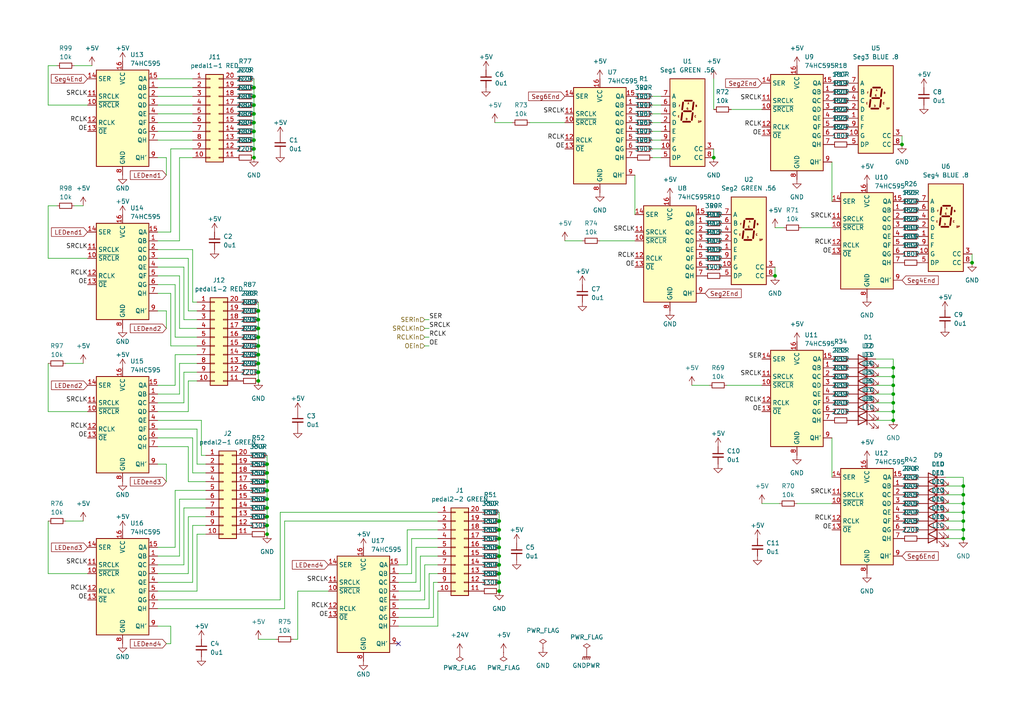
<source format=kicad_sch>
(kicad_sch (version 20231120) (generator "eeschema") (generator_version "8.0")
  (paper "A4")
  (title_block (title "EP6 Dash screen") (date "2025-03-07") (rev "1.0") (company "NTURacing") (comment 1 "郭哲明") (comment 2 "electrical group"))
  (junction (at 144.78 166.37))
  (junction (at 144.78 151.13))
  (junction (at 74.93 110.49))
  (junction (at 261.62 41.91))
  (junction (at 74.93 107.95))
  (junction (at 259.08 106.68))
  (junction (at 279.4 153.67))
  (junction (at 279.4 143.51))
  (junction (at 207.01 45.72))
  (junction (at 73.66 45.72))
  (junction (at 73.66 38.1))
  (junction (at 279.4 156.21))
  (junction (at 259.08 111.76))
  (junction (at 74.93 95.25))
  (junction (at 259.08 121.92))
  (junction (at 74.93 105.41))
  (junction (at 77.47 152.4))
  (junction (at 279.4 151.13))
  (junction (at 77.47 134.62))
  (junction (at 77.47 137.16))
  (junction (at 144.78 163.83))
  (junction (at 73.66 43.18))
  (junction (at 259.08 116.84))
  (junction (at 73.66 33.02))
  (junction (at 259.08 114.3))
  (junction (at 144.78 168.91))
  (junction (at 74.93 92.71))
  (junction (at 144.78 156.21))
  (junction (at 77.47 149.86))
  (junction (at 73.66 27.94))
  (junction (at 144.78 171.45))
  (junction (at 77.47 139.7))
  (junction (at 144.78 161.29))
  (junction (at 74.93 100.33))
  (junction (at 259.08 109.22))
  (junction (at 279.4 148.59))
  (junction (at 259.08 119.38))
  (junction (at 74.93 90.17))
  (junction (at 77.47 144.78))
  (junction (at 144.78 158.75))
  (junction (at 73.66 40.64))
  (junction (at 281.94 76.2))
  (junction (at 73.66 25.4))
  (junction (at 279.4 140.97))
  (junction (at 74.93 102.87))
  (junction (at 224.79 80.01))
  (junction (at 74.93 97.79))
  (junction (at 279.4 146.05))
  (junction (at 77.47 147.32))
  (junction (at 77.47 154.94))
  (junction (at 77.47 142.24))
  (junction (at 73.66 30.48))
  (junction (at 144.78 153.67))
  (junction (at 73.66 35.56))
  (no_connect (at 115.57 186.69))
  (wire (pts (xy 57.15 154.94) (xy 59.69 154.94)))
  (wire (pts (xy 53.34 107.95) (xy 53.34 116.84)))
  (wire (pts (xy 124.46 176.53) (xy 115.57 176.53)))
  (wire (pts (xy 127 158.75) (xy 120.65 158.75)))
  (wire (pts (xy 55.88 152.4) (xy 55.88 168.91)))
  (wire (pts (xy 254 119.38) (xy 259.08 119.38)))
  (wire (pts (xy 259.08 109.22) (xy 259.08 111.76)))
  (wire (pts (xy 232.41 66.04) (xy 241.3 66.04)))
  (wire (pts (xy 55.88 87.63) (xy 55.88 72.39)))
  (wire (pts (xy 57.15 134.62) (xy 59.69 134.62)))
  (wire (pts (xy 274.32 156.21) (xy 279.4 156.21)))
  (wire (pts (xy 50.8 82.55) (xy 45.72 82.55)))
  (wire (pts (xy 212.09 31.75) (xy 220.98 31.75)))
  (wire (pts (xy 125.73 168.91) (xy 125.73 179.07)))
  (wire (pts (xy 13.97 166.37) (xy 25.4 166.37)))
  (wire (pts (xy 121.92 171.45) (xy 115.57 171.45)))
  (wire (pts (xy 49.53 186.69) (xy 49.53 181.61)))
  (wire (pts (xy 144.78 151.13) (xy 144.78 153.67)))
  (wire (pts (xy 231.14 146.05) (xy 241.3 146.05)))
  (wire (pts (xy 123.19 163.83) (xy 123.19 173.99)))
  (wire (pts (xy 45.72 90.17) (xy 48.26 90.17)))
  (wire (pts (xy 50.8 102.87) (xy 50.8 111.76)))
  (wire (pts (xy 48.26 45.72) (xy 45.72 45.72)))
  (wire (pts (xy 274.32 140.97) (xy 279.4 140.97)))
  (wire (pts (xy 144.78 158.75) (xy 144.78 161.29)))
  (wire (pts (xy 13.97 74.93) (xy 25.4 74.93)))
  (wire (pts (xy 24.13 105.41) (xy 19.05 105.41)))
  (wire (pts (xy 74.93 97.79) (xy 74.93 100.33)))
  (wire (pts (xy 189.23 45.72) (xy 191.77 45.72)))
  (wire (pts (xy 57.15 90.17) (xy 54.61 90.17)))
  (wire (pts (xy 207.01 22.86) (xy 207.01 31.75)))
  (wire (pts (xy 52.07 114.3) (xy 52.07 105.41)))
  (wire (pts (xy 124.46 97.79) (xy 123.19 97.79)))
  (wire (pts (xy 73.66 27.94) (xy 73.66 30.48)))
  (wire (pts (xy 53.34 92.71) (xy 53.34 77.47)))
  (wire (pts (xy 48.26 90.17) (xy 48.26 95.25)))
  (wire (pts (xy 48.26 134.62) (xy 45.72 134.62)))
  (wire (pts (xy 58.42 132.08) (xy 59.69 132.08)))
  (wire (pts (xy 55.88 137.16) (xy 55.88 127)))
  (wire (pts (xy 52.07 105.41) (xy 57.15 105.41)))
  (wire (pts (xy 55.88 43.18) (xy 49.53 43.18)))
  (wire (pts (xy 259.08 119.38) (xy 259.08 121.92)))
  (wire (pts (xy 52.07 69.85) (xy 52.07 45.72)))
  (wire (pts (xy 274.32 148.59) (xy 279.4 148.59)))
  (wire (pts (xy 54.61 129.54) (xy 45.72 129.54)))
  (wire (pts (xy 279.4 153.67) (xy 279.4 156.21)))
  (wire (pts (xy 73.66 35.56) (xy 73.66 38.1)))
  (wire (pts (xy 74.93 90.17) (xy 74.93 87.63)))
  (wire (pts (xy 24.13 151.13) (xy 19.05 151.13)))
  (wire (pts (xy 259.08 116.84) (xy 259.08 119.38)))
  (wire (pts (xy 189.23 30.48) (xy 191.77 30.48)))
  (wire (pts (xy 48.26 50.8) (xy 48.26 45.72)))
  (wire (pts (xy 50.8 97.79) (xy 50.8 82.55)))
  (wire (pts (xy 189.23 35.56) (xy 191.77 35.56)))
  (wire (pts (xy 191.77 43.18) (xy 189.23 43.18)))
  (wire (pts (xy 274.32 151.13) (xy 279.4 151.13)))
  (wire (pts (xy 57.15 92.71) (xy 53.34 92.71)))
  (wire (pts (xy 50.8 142.24) (xy 50.8 158.75)))
  (wire (pts (xy 13.97 30.48) (xy 25.4 30.48)))
  (wire (pts (xy 57.15 124.46) (xy 45.72 124.46)))
  (wire (pts (xy 73.66 22.86) (xy 73.66 25.4)))
  (wire (pts (xy 77.47 149.86) (xy 77.47 147.32)))
  (wire (pts (xy 55.88 27.94) (xy 45.72 27.94)))
  (wire (pts (xy 127 161.29) (xy 121.92 161.29)))
  (wire (pts (xy 52.07 80.01) (xy 45.72 80.01)))
  (wire (pts (xy 53.34 116.84) (xy 45.72 116.84)))
  (wire (pts (xy 55.88 33.02) (xy 45.72 33.02)))
  (wire (pts (xy 82.55 176.53) (xy 45.72 176.53)))
  (wire (pts (xy 123.19 173.99) (xy 115.57 173.99)))
  (wire (pts (xy 77.47 142.24) (xy 77.47 144.78)))
  (wire (pts (xy 144.78 153.67) (xy 144.78 156.21)))
  (wire (pts (xy 55.88 72.39) (xy 45.72 72.39)))
  (wire (pts (xy 53.34 163.83) (xy 45.72 163.83)))
  (wire (pts (xy 259.08 114.3) (xy 259.08 116.84)))
  (wire (pts (xy 279.4 138.43) (xy 279.4 140.97)))
  (wire (pts (xy 124.46 166.37) (xy 124.46 176.53)))
  (wire (pts (xy 50.8 158.75) (xy 45.72 158.75)))
  (wire (pts (xy 57.15 134.62) (xy 57.15 124.46)))
  (wire (pts (xy 153.67 35.56) (xy 163.83 35.56)))
  (wire (pts (xy 274.32 146.05) (xy 279.4 146.05)))
  (wire (pts (xy 58.42 132.08) (xy 58.42 121.92)))
  (wire (pts (xy 274.32 153.67) (xy 279.4 153.67)))
  (wire (pts (xy 124.46 92.71) (xy 123.19 92.71)))
  (wire (pts (xy 224.79 77.47) (xy 224.79 80.01)))
  (wire (pts (xy 52.07 161.29) (xy 45.72 161.29)))
  (wire (pts (xy 57.15 87.63) (xy 55.88 87.63)))
  (wire (pts (xy 74.93 185.42) (xy 80.01 185.42)))
  (wire (pts (xy 52.07 45.72) (xy 55.88 45.72)))
  (wire (pts (xy 189.23 27.94) (xy 191.77 27.94)))
  (wire (pts (xy 281.94 73.66) (xy 281.94 76.2)))
  (wire (pts (xy 52.07 144.78) (xy 52.07 161.29)))
  (wire (pts (xy 52.07 95.25) (xy 52.07 80.01)))
  (wire (pts (xy 124.46 100.33) (xy 123.19 100.33)))
  (wire (pts (xy 241.3 127) (xy 241.3 138.43)))
  (wire (pts (xy 77.47 139.7) (xy 77.47 142.24)))
  (wire (pts (xy 77.47 149.86) (xy 77.47 152.4)))
  (wire (pts (xy 73.66 25.4) (xy 73.66 27.94)))
  (wire (pts (xy 189.23 40.64) (xy 191.77 40.64)))
  (wire (pts (xy 73.66 40.64) (xy 73.66 43.18)))
  (wire (pts (xy 127 168.91) (xy 125.73 168.91)))
  (wire (pts (xy 173.99 69.85) (xy 184.15 69.85)))
  (wire (pts (xy 55.88 25.4) (xy 45.72 25.4)))
  (wire (pts (xy 279.4 140.97) (xy 279.4 143.51)))
  (wire (pts (xy 118.11 153.67) (xy 118.11 163.83)))
  (wire (pts (xy 54.61 119.38) (xy 45.72 119.38)))
  (wire (pts (xy 26.67 19.05) (xy 21.59 19.05)))
  (wire (pts (xy 55.88 30.48) (xy 45.72 30.48)))
  (wire (pts (xy 163.83 69.85) (xy 168.91 69.85)))
  (wire (pts (xy 254 116.84) (xy 259.08 116.84)))
  (wire (pts (xy 81.28 148.59) (xy 81.28 173.99)))
  (wire (pts (xy 55.88 40.64) (xy 45.72 40.64)))
  (wire (pts (xy 127 181.61) (xy 115.57 181.61)))
  (wire (pts (xy 55.88 38.1) (xy 45.72 38.1)))
  (wire (pts (xy 127 163.83) (xy 123.19 163.83)))
  (wire (pts (xy 74.93 95.25) (xy 74.93 92.71)))
  (wire (pts (xy 77.47 134.62) (xy 77.47 137.16)))
  (wire (pts (xy 220.98 146.05) (xy 226.06 146.05)))
  (wire (pts (xy 144.78 161.29) (xy 144.78 163.83)))
  (wire (pts (xy 144.78 168.91) (xy 144.78 171.45)))
  (wire (pts (xy 57.15 110.49) (xy 54.61 110.49)))
  (wire (pts (xy 144.78 148.59) (xy 144.78 151.13)))
  (wire (pts (xy 279.4 148.59) (xy 279.4 151.13)))
  (wire (pts (xy 74.93 95.25) (xy 74.93 97.79)))
  (wire (pts (xy 125.73 179.07) (xy 115.57 179.07)))
  (wire (pts (xy 254 104.14) (xy 259.08 104.14)))
  (wire (pts (xy 119.38 156.21) (xy 119.38 166.37)))
  (wire (pts (xy 77.47 132.08) (xy 77.47 134.62)))
  (wire (pts (xy 73.66 30.48) (xy 73.66 33.02)))
  (wire (pts (xy 54.61 139.7) (xy 54.61 129.54)))
  (wire (pts (xy 54.61 149.86) (xy 54.61 166.37)))
  (wire (pts (xy 184.15 50.8) (xy 184.15 62.23)))
  (wire (pts (xy 81.28 148.59) (xy 127 148.59)))
  (wire (pts (xy 59.69 142.24) (xy 50.8 142.24)))
  (wire (pts (xy 59.69 147.32) (xy 53.34 147.32)))
  (wire (pts (xy 74.93 90.17) (xy 74.93 92.71)))
  (wire (pts (xy 13.97 59.69) (xy 13.97 74.93)))
  (wire (pts (xy 254 109.22) (xy 259.08 109.22)))
  (wire (pts (xy 224.79 66.04) (xy 227.33 66.04)))
  (wire (pts (xy 49.53 67.31) (xy 45.72 67.31)))
  (wire (pts (xy 144.78 166.37) (xy 144.78 168.91)))
  (wire (pts (xy 144.78 163.83) (xy 144.78 166.37)))
  (wire (pts (xy 55.88 22.86) (xy 45.72 22.86)))
  (wire (pts (xy 85.09 185.42) (xy 86.36 185.42)))
  (wire (pts (xy 86.36 171.45) (xy 95.25 171.45)))
  (wire (pts (xy 82.55 151.13) (xy 127 151.13)))
  (wire (pts (xy 127 156.21) (xy 119.38 156.21)))
  (wire (pts (xy 254 111.76) (xy 259.08 111.76)))
  (wire (pts (xy 120.65 168.91) (xy 115.57 168.91)))
  (wire (pts (xy 55.88 35.56) (xy 45.72 35.56)))
  (wire (pts (xy 53.34 77.47) (xy 45.72 77.47)))
  (wire (pts (xy 259.08 106.68) (xy 259.08 109.22)))
  (wire (pts (xy 254 114.3) (xy 259.08 114.3)))
  (wire (pts (xy 55.88 137.16) (xy 59.69 137.16)))
  (wire (pts (xy 144.78 156.21) (xy 144.78 158.75)))
  (wire (pts (xy 241.3 46.99) (xy 241.3 58.42)))
  (wire (pts (xy 259.08 104.14) (xy 259.08 106.68)))
  (wire (pts (xy 58.42 121.92) (xy 45.72 121.92)))
  (wire (pts (xy 49.53 85.09) (xy 45.72 85.09)))
  (wire (pts (xy 54.61 110.49) (xy 54.61 119.38)))
  (wire (pts (xy 274.32 138.43) (xy 279.4 138.43)))
  (wire (pts (xy 49.53 43.18) (xy 49.53 67.31)))
  (wire (pts (xy 127 171.45) (xy 127 181.61)))
  (wire (pts (xy 81.28 173.99) (xy 45.72 173.99)))
  (wire (pts (xy 13.97 119.38) (xy 25.4 119.38)))
  (wire (pts (xy 73.66 33.02) (xy 73.66 35.56)))
  (wire (pts (xy 261.62 39.37) (xy 261.62 41.91)))
  (wire (pts (xy 254 106.68) (xy 259.08 106.68)))
  (wire (pts (xy 77.47 144.78) (xy 77.47 147.32)))
  (wire (pts (xy 50.8 111.76) (xy 45.72 111.76)))
  (wire (pts (xy 45.72 69.85) (xy 52.07 69.85)))
  (wire (pts (xy 13.97 105.41) (xy 13.97 119.38)))
  (wire (pts (xy 57.15 107.95) (xy 53.34 107.95)))
  (wire (pts (xy 77.47 137.16) (xy 77.47 139.7)))
  (wire (pts (xy 57.15 100.33) (xy 49.53 100.33)))
  (wire (pts (xy 49.53 100.33) (xy 49.53 85.09)))
  (wire (pts (xy 57.15 154.94) (xy 57.15 171.45)))
  (wire (pts (xy 45.72 114.3) (xy 52.07 114.3)))
  (wire (pts (xy 16.51 19.05) (xy 13.97 19.05)))
  (wire (pts (xy 82.55 151.13) (xy 82.55 176.53)))
  (wire (pts (xy 279.4 146.05) (xy 279.4 148.59)))
  (wire (pts (xy 74.93 105.41) (xy 74.93 107.95)))
  (wire (pts (xy 189.23 33.02) (xy 191.77 33.02)))
  (wire (pts (xy 49.53 181.61) (xy 45.72 181.61)))
  (wire (pts (xy 55.88 168.91) (xy 45.72 168.91)))
  (wire (pts (xy 86.36 185.42) (xy 86.36 171.45)))
  (wire (pts (xy 57.15 95.25) (xy 52.07 95.25)))
  (wire (pts (xy 259.08 111.76) (xy 259.08 114.3)))
  (wire (pts (xy 54.61 74.93) (xy 45.72 74.93)))
  (wire (pts (xy 77.47 152.4) (xy 77.47 154.94)))
  (wire (pts (xy 279.4 143.51) (xy 279.4 146.05)))
  (wire (pts (xy 55.88 127) (xy 45.72 127)))
  (wire (pts (xy 54.61 90.17) (xy 54.61 74.93)))
  (wire (pts (xy 210.82 111.76) (xy 220.98 111.76)))
  (wire (pts (xy 207.01 43.18) (xy 207.01 45.72)))
  (wire (pts (xy 120.65 158.75) (xy 120.65 168.91)))
  (wire (pts (xy 59.69 144.78) (xy 52.07 144.78)))
  (wire (pts (xy 13.97 19.05) (xy 13.97 30.48)))
  (wire (pts (xy 57.15 171.45) (xy 45.72 171.45)))
  (wire (pts (xy 73.66 38.1) (xy 73.66 40.64)))
  (wire (pts (xy 143.51 35.56) (xy 148.59 35.56)))
  (wire (pts (xy 73.66 43.18) (xy 73.66 45.72)))
  (wire (pts (xy 200.66 111.76) (xy 205.74 111.76)))
  (wire (pts (xy 13.97 151.13) (xy 13.97 166.37)))
  (wire (pts (xy 74.93 105.41) (xy 74.93 102.87)))
  (wire (pts (xy 57.15 102.87) (xy 50.8 102.87)))
  (wire (pts (xy 54.61 166.37) (xy 45.72 166.37)))
  (wire (pts (xy 16.51 59.69) (xy 13.97 59.69)))
  (wire (pts (xy 53.34 147.32) (xy 53.34 163.83)))
  (wire (pts (xy 189.23 38.1) (xy 191.77 38.1)))
  (wire (pts (xy 74.93 100.33) (xy 74.93 102.87)))
  (wire (pts (xy 274.32 143.51) (xy 279.4 143.51)))
  (wire (pts (xy 254 121.92) (xy 259.08 121.92)))
  (wire (pts (xy 119.38 166.37) (xy 115.57 166.37)))
  (wire (pts (xy 74.93 107.95) (xy 74.93 110.49)))
  (wire (pts (xy 57.15 97.79) (xy 50.8 97.79)))
  (wire (pts (xy 48.26 139.7) (xy 48.26 134.62)))
  (wire (pts (xy 59.69 152.4) (xy 55.88 152.4)))
  (wire (pts (xy 127 153.67) (xy 118.11 153.67)))
  (wire (pts (xy 59.69 149.86) (xy 54.61 149.86)))
  (wire (pts (xy 121.92 161.29) (xy 121.92 171.45)))
  (wire (pts (xy 54.61 139.7) (xy 59.69 139.7)))
  (wire (pts (xy 279.4 151.13) (xy 279.4 153.67)))
  (wire (pts (xy 118.11 163.83) (xy 115.57 163.83)))
  (wire (pts (xy 124.46 95.25) (xy 123.19 95.25)))
  (wire (pts (xy 48.26 186.69) (xy 49.53 186.69)))
  (wire (pts (xy 127 166.37) (xy 124.46 166.37)))
  (wire (pts (xy 24.13 59.69) (xy 21.59 59.69)))
  (label "RCLK" (at 95.25 176.53 180))
  (label "SRCLK" (at 163.83 33.02 180))
  (label "SRCLK" (at 25.4 72.39 180))
  (label "SRCLK" (at 184.15 67.31 180))
  (label "SRCLK" (at 124.46 95.25 0))
  (label "RCLK" (at 184.15 74.93 180))
  (label "OE" (at 163.83 43.18 180))
  (label "RCLK" (at 25.4 171.45 180))
  (label "OE" (at 124.46 100.33 0))
  (label "RCLK" (at 241.3 151.13 180))
  (label "OE" (at 25.4 38.1 180))
  (label "SER" (at 124.46 92.71 0))
  (label "OE" (at 241.3 153.67 180))
  (label "SER" (at 220.98 104.14 180))
  (label "OE" (at 184.15 77.47 180))
  (label "SRCLK" (at 241.3 63.5 180))
  (label "SRCLK" (at 220.98 109.22 180))
  (label "SRCLK" (at 25.4 116.84 180))
  (label "RCLK" (at 124.46 97.79 0))
  (label "OE" (at 95.25 179.07 180))
  (label "RCLK" (at 25.4 35.56 180))
  (label "RCLK" (at 241.3 71.12 180))
  (label "RCLK" (at 25.4 80.01 180))
  (label "OE" (at 25.4 127 180))
  (label "RCLK" (at 220.98 36.83 180))
  (label "OE" (at 25.4 82.55 180))
  (label "SRCLK" (at 25.4 27.94 180))
  (label "SRCLK" (at 220.98 29.21 180))
  (label "SRCLK" (at 25.4 163.83 180))
  (label "OE" (at 241.3 73.66 180))
  (label "RCLK" (at 25.4 124.46 180))
  (label "RCLK" (at 163.83 40.64 180))
  (label "OE" (at 25.4 173.99 180))
  (label "OE" (at 220.98 39.37 180))
  (label "OE" (at 220.98 119.38 180))
  (label "SRCLK" (at 241.3 143.51 180))
  (label "SRCLK" (at 95.25 168.91 180))
  (label "RCLK" (at 220.98 116.84 180))
  (global_label "Seg2End" (shape input) (at 204.47 85.09 0) (property "Intersheetrefs" "${INTERSHEET_REFS}" (effects (hide yes))))
  (global_label "Seg6End" (shape input) (at 163.83 27.94 180) (property "Intersheetrefs" "${INTERSHEET_REFS}" (effects (hide yes))))
  (global_label "LEDend1" (shape input) (at 25.4 67.31 180) (property "Intersheetrefs" "${INTERSHEET_REFS}" (effects (hide yes))))
  (global_label "Seg4End" (shape input) (at 25.4 22.86 180) (property "Intersheetrefs" "${INTERSHEET_REFS}" (effects (hide yes))))
  (global_label "LEDend2" (shape input) (at 25.4 111.76 180) (property "Intersheetrefs" "${INTERSHEET_REFS}" (effects (hide yes))))
  (global_label "LEDend2" (shape input) (at 48.26 95.25 180) (property "Intersheetrefs" "${INTERSHEET_REFS}" (effects (hide yes))))
  (global_label "LEDend3" (shape input) (at 25.4 158.75 180) (property "Intersheetrefs" "${INTERSHEET_REFS}" (effects (hide yes))))
  (global_label "LEDend1" (shape input) (at 48.26 50.8 180) (property "Intersheetrefs" "${INTERSHEET_REFS}" (effects (hide yes))))
  (global_label "Seg6End" (shape input) (at 261.62 161.29 0) (property "Intersheetrefs" "${INTERSHEET_REFS}" (effects (hide yes))))
  (global_label "Seg2End" (shape input) (at 220.98 24.13 180) (property "Intersheetrefs" "${INTERSHEET_REFS}" (effects (hide yes))))
  (global_label "LEDend4" (shape input) (at 95.25 163.83 180) (property "Intersheetrefs" "${INTERSHEET_REFS}" (effects (hide yes))))
  (global_label "Seg4End" (shape input) (at 261.62 81.28 0) (property "Intersheetrefs" "${INTERSHEET_REFS}" (effects (hide yes))))
  (global_label "LEDend4" (shape input) (at 48.26 186.69 180) (property "Intersheetrefs" "${INTERSHEET_REFS}" (effects (hide yes))))
  (global_label "LEDend3" (shape input) (at 48.26 139.7 180) (property "Intersheetrefs" "${INTERSHEET_REFS}" (effects (hide yes))))
  (hierarchical_label "SRCLKin" (shape input) (at 123.19 95.25 180))
  (hierarchical_label "SERin" (shape input) (at 123.19 92.71 180))
  (hierarchical_label "OEin" (shape input) (at 123.19 100.33 180))
  (hierarchical_label "RCLKin" (shape input) (at 123.19 97.79 180))
  (symbol (lib_id "power:GND") (at 105.41 191.77 0) (unit 1)
    (property "Reference" "#PWR037" (effects (hide yes)))
    (property "Value" "GND" (at 105.41 195.58 0))
  )
  (symbol (lib_id "Device:R_Small") (at 186.69 27.94 90) (unit 1)
    (property "Reference" "R1" (at 186.69 22.86 90))
    (property "Value" "390R" (at 186.69 25.4 90))
    (property "Footprint" "Resistor_SMD:R_0603_1608Metric_Pad0.98x0.95mm_HandSolder" (effects (hide yes)))
  )
  (symbol (lib_id "Device:R_Small") (at 243.84 34.29 90) (unit 1)
    (property "Reference" "R21" (at 243.84 29.21 90))
    (property "Value" "180R" (at 243.84 31.75 90))
    (property "Footprint" "Resistor_SMD:R_0603_1608Metric_Pad0.98x0.95mm_HandSolder" (effects (hide yes)))
  )
  (symbol (lib_id "Device:R_Small") (at 74.93 134.62 90) (unit 1)
    (property "Reference" "R49" (at 74.93 129.54 90))
    (property "Value" "330R" (at 74.93 132.08 90))
    (property "Footprint" "Resistor_SMD:R_0603_1608Metric_Pad0.98x0.95mm_HandSolder" (effects (hide yes)))
  )
  (symbol (lib_id "74xx:74HC595") (at 231.14 34.29 0) (unit 1)
    (property "Reference" "U9" (at 233.3341 16.51 0) (effects (justify left)))
    (property "Value" "74HC595" (at 233.3341 19.05 0) (effects (justify left)))
    (property "Footprint" "Package_SO:SOIC-16_3.9x9.9mm_P1.27mm" (effects (hide yes)))
    (property "Datasheet" "http://www.ti.com/lit/ds/symlink/sn74hc595.pdf" (effects (hide yes)))
  )
  (symbol (lib_id "power:+5V") (at 274.0874 90 0) (unit 1)
    (property "Reference" "#PWR078" (effects (hide yes)))
    (property "Value" "+5V" (at 274.0874 86.19 0))
  )
  (symbol (lib_id "Device:R_Small") (at 243.84 31.75 90) (unit 1)
    (property "Reference" "R20" (at 243.84 26.67 90))
    (property "Value" "180R" (at 243.84 29.21 90))
    (property "Footprint" "Resistor_SMD:R_0603_1608Metric_Pad0.98x0.95mm_HandSolder" (effects (hide yes)))
  )
  (symbol (lib_id "Device:R_Small") (at 243.84 119.38 90) (unit 1)
    (property "Reference" "R39" (at 243.84 114.3 90))
    (property "Value" "220R" (at 243.84 116.84 90))
    (property "Footprint" "Resistor_SMD:R_0603_1608Metric_Pad0.98x0.95mm_HandSolder" (effects (hide yes)))
  )
  (symbol (lib_id "Device:LED") (at 250.19 104.14 0) (mirror y) (unit 1)
    (property "Reference" "D1" (at 251.7775 97.79 0))
    (property "Value" "LED" (at 251.7775 100.33 0))
    (property "Footprint" "nturt_kicad_lib_EP6:LED_PLCC_2835_Handsoldering" (effects (hide yes)))
  )
  (symbol (lib_id "Device:R_Small") (at 228.6 146.05 90) (unit 1)
    (property "Reference" "R70" (at 228.6 140.97 90))
    (property "Value" "10k" (at 228.6 143.51 90))
    (property "Footprint" "Resistor_SMD:R_0603_1608Metric" (effects (hide yes)))
  )
  (symbol (lib_id "power:GND") (at 173.99 55.88 0) (unit 1)
    (property "Reference" "#PWR017" (effects (hide yes)))
    (property "Value" "GND" (at 173.99 60.96 0))
  )
  (symbol (lib_id "Device:R_Small") (at 264.16 140.97 90) (unit 1)
    (property "Reference" "R41" (at 264.16 135.89 90))
    (property "Value" "220R" (at 264.16 138.43 90))
    (property "Footprint" "Resistor_SMD:R_0603_1608Metric_Pad0.98x0.95mm_HandSolder" (effects (hide yes)))
  )
  (symbol (lib_id "Device:LED") (at 250.19 121.92 0) (mirror y) (unit 1)
    (property "Reference" "D8" (at 251.7775 115.57 0))
    (property "Value" "LED" (at 251.7775 118.11 0))
    (property "Footprint" "nturt_kicad_lib_EP6:LED_PLCC_2835_Handsoldering" (effects (hide yes)))
  )
  (symbol (lib_id "Device:R_Small") (at 74.93 154.94 90) (unit 1)
    (property "Reference" "R50" (at 74.93 149.86 90))
    (property "Value" "330R" (at 74.93 152.4 90))
    (property "Footprint" "Resistor_SMD:R_0603_1608Metric_Pad0.98x0.95mm_HandSolder" (effects (hide yes)))
  )
  (symbol (lib_id "Device:R_Small") (at 207.01 74.93 90) (unit 1)
    (property "Reference" "R14" (at 207.01 69.85 90))
    (property "Value" "390R" (at 207.01 72.39 90))
    (property "Footprint" "Resistor_SMD:R_0603_1608Metric_Pad0.98x0.95mm_HandSolder" (effects (hide yes)))
  )
  (symbol (lib_id "Device:R_Small") (at 82.55 185.42 90) (unit 1)
    (property "Reference" "R75" (at 82.55 180.34 90))
    (property "Value" "10k" (at 82.55 182.88 90))
    (property "Footprint" "Resistor_SMD:R_0603_1608Metric" (effects (hide yes)))
  )
  (symbol (lib_id "Device:C_Small") (at 208.28 132.08 0) (unit 1)
    (property "Reference" "C10" (at 210.82 130.8163 0) (effects (justify left)))
    (property "Value" "0u1" (at 210.82 133.3563 0) (effects (justify left)))
    (property "Footprint" "Capacitor_SMD:C_0805_2012Metric" (effects (hide yes)))
  )
  (symbol (lib_id "power:+5V") (at 220.98 146.05 0) (unit 1)
    (property "Reference" "#PWR041" (effects (hide yes)))
    (property "Value" "+5V" (at 220.98 140.97 0))
  )
  (symbol (lib_id "Device:C_Small") (at 86.36 121.92 0) (unit 1)
    (property "Reference" "C3" (at 88.9 120.6563 0) (effects (justify left)))
    (property "Value" "0u1" (at 88.9 123.1963 0) (effects (justify left)))
    (property "Footprint" "Capacitor_SMD:C_0805_2012Metric" (effects (hide yes)))
  )
  (symbol (lib_id "power:+5V") (at 35.56 106.68 0) (unit 1)
    (property "Reference" "#PWR032" (effects (hide yes)))
    (property "Value" "+5V" (at 35.56 102.87 0))
  )
  (symbol (lib_id "power:GND") (at 140.97 25.4 0) (unit 1)
    (property "Reference" "#PWR073" (effects (hide yes)))
    (property "Value" "GND" (effects (hide yes)))
  )
  (symbol (lib_id "power:+5V") (at 74.93 185.42 0) (unit 1)
    (property "Reference" "#PWR057" (effects (hide yes)))
    (property "Value" "+5V" (at 74.93 180.34 0))
  )
  (symbol (lib_id "Device:R_Small") (at 264.16 138.43 90) (unit 1)
    (property "Reference" "R42" (at 264.16 133.35 90))
    (property "Value" "220R" (at 264.16 135.89 90))
    (property "Footprint" "Resistor_SMD:R_0603_1608Metric_Pad0.98x0.95mm_HandSolder" (effects (hide yes)))
  )
  (symbol (lib_id "power:GND") (at 224.79 80.01 0) (unit 1)
    (property "Reference" "#PWR06" (effects (hide yes)))
    (property "Value" "GND" (at 224.79 85.09 0))
  )
  (symbol (lib_id "power:GND") (at 149.86 162.56 0) (unit 1)
    (property "Reference" "#PWR071" (effects (hide yes)))
    (property "Value" "GND" (effects (hide yes)))
  )
  (symbol (lib_id "Device:LED") (at 250.19 116.84 0) (mirror y) (unit 1)
    (property "Reference" "D6" (at 251.7775 110.49 0))
    (property "Value" "LED" (at 251.7775 113.03 0))
    (property "Footprint" "nturt_kicad_lib_EP6:LED_PLCC_2835_Handsoldering" (effects (hide yes)))
  )
  (symbol (lib_id "power:+5V") (at 219.71 156.21 0) (unit 1)
    (property "Reference" "#PWR082" (effects (hide yes)))
    (property "Value" "+5V" (at 219.71 152.4 0))
  )
  (symbol (lib_id "power:GND") (at 168.91 87.63 0) (unit 1)
    (property "Reference" "#PWR075" (effects (hide yes)))
    (property "Value" "GND" (effects (hide yes)))
  )
  (symbol (lib_id "power:+5V") (at 224.79 66.04 0) (unit 1)
    (property "Reference" "#PWR042" (effects (hide yes)))
    (property "Value" "+5V" (at 224.79 60.96 0))
  )
  (symbol (lib_id "Device:R_Small") (at 72.39 100.33 90) (unit 1)
    (property "Reference" "R92" (at 72.39 95.25 90))
    (property "Value" "220R" (at 72.39 97.79 90))
    (property "Footprint" "Resistor_SMD:R_0603_1608Metric_Pad0.98x0.95mm_HandSolder" (effects (hide yes)))
  )
  (symbol (lib_id "power:PWR_FLAG") (at 133.35 189.23 180) (unit 1)
    (property "Reference" "#FLG03" (effects (hide yes)))
    (property "Value" "PWR_FLAG" (at 133.35 193.675 0))
  )
  (symbol (lib_id "power:+5V") (at 194.31 57.15 0) (unit 1)
    (property "Reference" "#PWR018" (effects (hide yes)))
    (property "Value" "+5V" (at 194.31 52.07 0))
  )
  (symbol (lib_id "Device:R_Small") (at 264.16 76.2 90) (unit 1)
    (property "Reference" "R32" (at 264.16 71.12 90))
    (property "Value" "180R" (at 264.16 73.66 90))
    (property "Footprint" "Resistor_SMD:R_0603_1608Metric_Pad0.98x0.95mm_HandSolder" (effects (hide yes)))
  )
  (symbol (lib_id "power:+5V") (at 24.13 59.69 0) (mirror y) (unit 1)
    (property "Reference" "#PWR060" (effects (hide yes)))
    (property "Value" "+5V" (at 24.13 54.61 0))
  )
  (symbol (lib_id "power:+5V") (at 200.66 111.76 0) (unit 1)
    (property "Reference" "#PWR010" (effects (hide yes)))
    (property "Value" "+5V" (at 200.66 106.68 0))
  )
  (symbol (lib_id "Device:R_Small") (at 264.16 58.42 90) (unit 1)
    (property "Reference" "R26" (at 264.16 53.34 90))
    (property "Value" "180R" (at 264.16 55.88 90))
    (property "Footprint" "Resistor_SMD:R_0603_1608Metric_Pad0.98x0.95mm_HandSolder" (effects (hide yes)))
  )
  (symbol (lib_id "Device:R_Small") (at 243.84 116.84 90) (unit 1)
    (property "Reference" "R38" (at 243.84 111.76 90))
    (property "Value" "220R" (at 243.84 114.3 90))
    (property "Footprint" "Resistor_SMD:R_0603_1608Metric_Pad0.98x0.95mm_HandSolder" (effects (hide yes)))
  )
  (symbol (lib_id "power:+5V") (at 163.83 69.85 0) (unit 1)
    (property "Reference" "#PWR056" (effects (hide yes)))
    (property "Value" "+5V" (at 163.83 64.77 0))
  )
  (symbol (lib_id "Device:LED") (at 270.51 148.59 0) (mirror y) (unit 1)
    (property "Reference" "D13" (at 272.0975 142.24 0))
    (property "Value" "LED" (at 272.0975 144.78 0))
    (property "Footprint" "nturt_kicad_lib_EP6:LED_PLCC_2835_Handsoldering" (effects (hide yes)))
  )
  (symbol (lib_id "Device:R_Small") (at 264.16 60.96 90) (unit 1)
    (property "Reference" "R25" (at 264.16 55.88 90))
    (property "Value" "180R" (at 264.16 58.42 90))
    (property "Footprint" "Resistor_SMD:R_0603_1608Metric_Pad0.98x0.95mm_HandSolder" (effects (hide yes)))
  )
  (symbol (lib_id "power:+5V") (at 173.99 22.86 0) (unit 1)
    (property "Reference" "#PWR016" (effects (hide yes)))
    (property "Value" "+5V" (at 173.99 17.78 0))
  )
  (symbol (lib_id "Device:R_Small") (at 142.24 148.59 90) (unit 1)
    (property "Reference" "R51" (at 142.24 143.51 90))
    (property "Value" "330R" (at 142.24 146.05 90))
    (property "Footprint" "Resistor_SMD:R_0603_1608Metric_Pad0.98x0.95mm_HandSolder" (effects (hide yes)))
  )
  (symbol (lib_id "power:+5V") (at 24.13 105.41 0) (mirror y) (unit 1)
    (property "Reference" "#PWR059" (effects (hide yes)))
    (property "Value" "+5V" (at 24.13 100.33 0))
  )
  (symbol (lib_id "power:GND") (at 267.97 30.48 0) (unit 1)
    (property "Reference" "#PWR077" (effects (hide yes)))
    (property "Value" "GND" (effects (hide yes)))
  )
  (symbol (lib_id "Device:R_Small") (at 243.84 104.14 90) (unit 1)
    (property "Reference" "R34" (at 243.84 99.06 90))
    (property "Value" "220R" (at 243.84 101.6 90))
    (property "Footprint" "Resistor_SMD:R_0603_1608Metric_Pad0.98x0.95mm_HandSolder" (effects (hide yes)))
  )
  (symbol (lib_id "Device:R_Small") (at 264.16 146.05 90) (unit 1)
    (property "Reference" "R44" (at 264.16 140.97 90))
    (property "Value" "220R" (at 264.16 143.51 90))
    (property "Footprint" "Resistor_SMD:R_0603_1608Metric_Pad0.98x0.95mm_HandSolder" (effects (hide yes)))
  )
  (symbol (lib_id "power:+5V") (at 35.56 62.23 0) (unit 1)
    (property "Reference" "#PWR030" (effects (hide yes)))
    (property "Value" "+5V" (at 35.56 58.42 0))
  )
  (symbol (lib_id "Display_Character:SM420561N") (at 217.17 69.85 0) (unit 1)
    (property "Reference" "U2" (at 217.17 52.07 0))
    (property "Value" "Seg2 GREEN .56" (at 217.17 54.61 0))
    (property "Footprint" "Display_7Segment:7SegmentLED_LTS6760_LTS6780" (effects (hide yes)))
    (property "Datasheet" "https://datasheet.lcsc.com/szlcsc/Wuxi-ARK-Tech-Elec-SM420561N_C141367.pdf" (effects (hide yes)))
  )
  (symbol (lib_id "Device:R_Small") (at 243.84 121.92 90) (unit 1)
    (property "Reference" "R40" (at 243.84 116.84 90))
    (property "Value" "220R" (at 243.84 119.38 90))
    (property "Footprint" "Resistor_SMD:R_0603_1608Metric_Pad0.98x0.95mm_HandSolder" (effects (hide yes)))
  )
  (symbol (lib_id "power:+5V") (at 207.01 22.86 0) (unit 1)
    (property "Reference" "#PWR045" (effects (hide yes)))
    (property "Value" "+5V" (at 207.01 17.78 0))
  )
  (symbol (lib_id "Device:R_Small") (at 142.24 161.29 90) (unit 1)
    (property "Reference" "R64" (at 142.24 156.21 90))
    (property "Value" "330R" (at 142.24 158.75 90))
    (property "Footprint" "Resistor_SMD:R_0603_1608Metric_Pad0.98x0.95mm_HandSolder" (effects (hide yes)))
  )
  (symbol (lib_id "Device:R_Small") (at 243.84 41.91 90) (unit 1)
    (property "Reference" "R24" (at 243.84 36.83 90))
    (property "Value" "180R" (at 243.84 39.37 90))
    (property "Footprint" "Resistor_SMD:R_0603_1608Metric_Pad0.98x0.95mm_HandSolder" (effects (hide yes)))
  )
  (symbol (lib_id "Device:C_Small") (at 168.91 85.09 0) (unit 1)
    (property "Reference" "C7" (at 171.45 83.8263 0) (effects (justify left)))
    (property "Value" "0u1" (at 171.45 86.3663 0) (effects (justify left)))
    (property "Footprint" "Capacitor_SMD:C_0805_2012Metric" (effects (hide yes)))
  )
  (symbol (lib_id "Device:R_Small") (at 72.39 95.25 90) (unit 1)
    (property "Reference" "R90" (at 72.39 90.17 90))
    (property "Value" "220R" (at 72.39 92.71 90))
    (property "Footprint" "Resistor_SMD:R_0603_1608Metric_Pad0.98x0.95mm_HandSolder" (effects (hide yes)))
  )
  (symbol (lib_id "Device:C_Small") (at 58.42 187.96 0) (unit 1)
    (property "Reference" "C4" (at 60.96 186.6963 0) (effects (justify left)))
    (property "Value" "0u1" (at 60.96 189.2363 0) (effects (justify left)))
    (property "Footprint" "Capacitor_SMD:C_0805_2012Metric" (effects (hide yes)))
  )
  (symbol (lib_id "Display_Character:SM420561N") (at 274.32 66.04 0) (unit 1)
    (property "Reference" "U6" (at 274.32 48.26 0))
    (property "Value" "Seg4 BLUE .8" (at 274.32 50.8 0))
    (property "Footprint" "nturt_kicad_lib_EP6:7SEGMENT-08inch" (effects (hide yes)))
    (property "Datasheet" "https://datasheet.lcsc.com/szlcsc/Wuxi-ARK-Tech-Elec-SM420561N_C141367.pdf" (effects (hide yes)))
  )
  (symbol (lib_id "Device:R_Small") (at 186.69 30.48 90) (unit 1)
    (property "Reference" "R2" (at 186.69 25.4 90))
    (property "Value" "390R" (at 186.69 27.94 90))
    (property "Footprint" "Resistor_SMD:R_0603_1608Metric_Pad0.98x0.95mm_HandSolder" (effects (hide yes)))
  )
  (symbol (lib_id "Device:R_Small") (at 264.16 143.51 90) (unit 1)
    (property "Reference" "R43" (at 264.16 138.43 90))
    (property "Value" "220R" (at 264.16 140.97 90))
    (property "Footprint" "Resistor_SMD:R_0603_1608Metric_Pad0.98x0.95mm_HandSolder" (effects (hide yes)))
  )
  (symbol (lib_id "Connector_Generic:Conn_02x10_Counter_Clockwise") (at 132.08 158.75 0) (unit 1)
    (property "Reference" "J1" (at 133.35 142.24 0))
    (property "Value" "pedal2-2 GREEN" (at 133.35 144.78 0))
    (property "Footprint" "Package_DIP:DIP-20_W7.62mm" (effects (hide yes)))
  )
  (symbol (lib_id "power:+5V") (at 105.41 158.75 0) (unit 1)
    (property "Reference" "#PWR036" (effects (hide yes)))
    (property "Value" "+5V" (at 105.41 154.94 0))
  )
  (symbol (lib_id "Device:R_Small") (at 72.39 110.49 90) (unit 1)
    (property "Reference" "R96" (at 72.39 105.41 90))
    (property "Value" "220R" (at 72.39 107.95 90))
    (property "Footprint" "Resistor_SMD:R_0603_1608Metric_Pad0.98x0.95mm_HandSolder" (effects (hide yes)))
  )
  (symbol (lib_id "Connector_Generic:Conn_02x10_Counter_Clockwise") (at 60.96 33.02 0) (unit 1)
    (property "Reference" "J11" (at 62.23 16.51 0))
    (property "Value" "pedal1-1 RED" (at 62.23 19.05 0))
    (property "Footprint" "Package_DIP:DIP-20_W7.62mm" (effects (hide yes)))
  )
  (symbol (lib_id "Device:R_Small") (at 72.39 87.63 90) (unit 1)
    (property "Reference" "R87" (at 72.39 82.55 90))
    (property "Value" "220R" (at 72.39 85.09 90))
    (property "Footprint" "Resistor_SMD:R_0603_1608Metric_Pad0.98x0.95mm_HandSolder" (effects (hide yes)))
  )
  (symbol (lib_id "Device:R_Small") (at 72.39 92.71 90) (unit 1)
    (property "Reference" "R89" (at 72.39 87.63 90))
    (property "Value" "220R" (at 72.39 90.17 90))
    (property "Footprint" "Resistor_SMD:R_0603_1608Metric_Pad0.98x0.95mm_HandSolder" (effects (hide yes)))
  )
  (symbol (lib_id "Device:C_Small") (at 140.97 22.86 0) (unit 1)
    (property "Reference" "C6" (at 143.51 21.5963 0) (effects (justify left)))
    (property "Value" "0u1" (at 143.51 24.1363 0) (effects (justify left)))
    (property "Footprint" "Capacitor_SMD:C_0805_2012Metric" (effects (hide yes)))
  )
  (symbol (lib_id "power:GND") (at 281.94 76.2 0) (unit 1)
    (property "Reference" "#PWR011" (effects (hide yes)))
    (property "Value" "GND" (at 281.94 81.28 0))
  )
  (symbol (lib_id "Device:R_Small") (at 74.93 139.7 90) (unit 1)
    (property "Reference" "R54" (at 74.93 134.62 90))
    (property "Value" "330R" (at 74.93 137.16 90))
    (property "Footprint" "Resistor_SMD:R_0603_1608Metric_Pad0.98x0.95mm_HandSolder" (effects (hide yes)))
  )
  (symbol (lib_id "Device:R_Small") (at 186.69 45.72 90) (unit 1)
    (property "Reference" "R8" (at 186.69 40.64 90))
    (property "Value" "390R" (at 186.69 43.18 90))
    (property "Footprint" "Resistor_SMD:R_0603_1608Metric_Pad0.98x0.95mm_HandSolder" (effects (hide yes)))
  )
  (symbol (lib_id "Device:R_Small") (at 74.93 149.86 90) (unit 1)
    (property "Reference" "R58" (at 74.93 144.78 90))
    (property "Value" "330R" (at 74.93 147.32 90))
    (property "Footprint" "Resistor_SMD:R_0603_1608Metric_Pad0.98x0.95mm_HandSolder" (effects (hide yes)))
  )
  (symbol (lib_id "Device:R_Small") (at 71.12 25.4 90) (unit 1)
    (property "Reference" "R78" (at 71.12 20.32 90))
    (property "Value" "220R" (at 71.12 22.86 90))
    (property "Footprint" "Resistor_SMD:R_0603_1608Metric_Pad0.98x0.95mm_HandSolder" (effects (hide yes)))
  )
  (symbol (lib_id "Device:R_Small") (at 72.39 105.41 90) (unit 1)
    (property "Reference" "R94" (at 72.39 100.33 90))
    (property "Value" "220R" (at 72.39 102.87 90))
    (property "Footprint" "Resistor_SMD:R_0603_1608Metric_Pad0.98x0.95mm_HandSolder" (effects (hide yes)))
  )
  (symbol (lib_id "Device:R_Small") (at 264.16 66.04 90) (unit 1)
    (property "Reference" "R28" (at 264.16 60.96 90))
    (property "Value" "180R" (at 264.16 63.5 90))
    (property "Footprint" "Resistor_SMD:R_0603_1608Metric_Pad0.98x0.95mm_HandSolder" (effects (hide yes)))
  )
  (symbol (lib_id "power:+5V") (at 146.05 189.23 0) (unit 1)
    (property "Reference" "#PWR015" (effects (hide yes)))
    (property "Value" "+5V" (at 146.05 184.15 0))
  )
  (symbol (lib_id "Device:R_Small") (at 16.51 151.13 270) (mirror x) (unit 1)
    (property "Reference" "R76" (at 16.51 146.05 90))
    (property "Value" "10k" (at 16.51 148.59 90))
    (property "Footprint" "Resistor_SMD:R_0603_1608Metric" (effects (hide yes)))
  )
  (symbol (lib_id "Device:R_Small") (at 186.69 40.64 90) (unit 1)
    (property "Reference" "R6" (at 186.69 35.56 90))
    (property "Value" "390R" (at 186.69 38.1 90))
    (property "Footprint" "Resistor_SMD:R_0603_1608Metric_Pad0.98x0.95mm_HandSolder" (effects (hide yes)))
  )
  (symbol (lib_id "Device:R_Small") (at 264.16 148.59 90) (unit 1)
    (property "Reference" "R45" (at 264.16 143.51 90))
    (property "Value" "220R" (at 264.16 146.05 90))
    (property "Footprint" "Resistor_SMD:R_0603_1608Metric_Pad0.98x0.95mm_HandSolder" (effects (hide yes)))
  )
  (symbol (lib_id "power:GND") (at 77.47 154.94 0) (unit 1)
    (property "Reference" "#PWR01" (effects (hide yes)))
    (property "Value" "GND" (at 77.47 160.02 0))
  )
  (symbol (lib_id "power:GND") (at 207.01 45.72 0) (unit 1)
    (property "Reference" "#PWR07" (effects (hide yes)))
    (property "Value" "GND" (at 207.01 50.8 0))
  )
  (symbol (lib_id "Device:LED") (at 270.51 143.51 0) (mirror y) (unit 1)
    (property "Reference" "D11" (at 272.0975 137.16 0))
    (property "Value" "LED" (at 272.0975 139.7 0))
    (property "Footprint" "nturt_kicad_lib_EP6:LED_PLCC_2835_Handsoldering" (effects (hide yes)))
  )
  (symbol (lib_id "Device:R_Small") (at 243.84 39.37 90) (unit 1)
    (property "Reference" "R23" (at 243.84 34.29 90))
    (property "Value" "180R" (at 243.84 36.83 90))
    (property "Footprint" "Resistor_SMD:R_0603_1608Metric_Pad0.98x0.95mm_HandSolder" (effects (hide yes)))
  )
  (symbol (lib_id "Device:LED") (at 250.19 111.76 0) (mirror y) (unit 1)
    (property "Reference" "D4" (at 251.7775 105.41 0))
    (property "Value" "LED" (at 251.7775 107.95 0))
    (property "Footprint" "nturt_kicad_lib_EP6:LED_PLCC_2835_Handsoldering" (effects (hide yes)))
  )
  (symbol (lib_id "Device:R_Small") (at 74.93 152.4 90) (unit 1)
    (property "Reference" "R59" (at 74.93 147.32 90))
    (property "Value" "330R" (at 74.93 149.86 90))
    (property "Footprint" "Resistor_SMD:R_0603_1608Metric_Pad0.98x0.95mm_HandSolder" (effects (hide yes)))
  )
  (symbol (lib_id "power:GND") (at 58.42 190.5 0) (unit 1)
    (property "Reference" "#PWR069" (effects (hide yes)))
    (property "Value" "GND" (effects (hide yes)))
  )
  (symbol (lib_id "Device:R_Small") (at 19.05 19.05 270) (mirror x) (unit 1)
    (property "Reference" "R99" (at 19.05 13.97 90))
    (property "Value" "10k" (at 19.05 16.51 90))
    (property "Footprint" "Resistor_SMD:R_0603_1608Metric" (effects (hide yes)))
  )
  (symbol (lib_id "Display_Character:SM420561N") (at 254 31.75 0) (unit 1)
    (property "Reference" "U5" (at 254 13.97 0))
    (property "Value" "Seg3 BLUE .8" (at 254 16.51 0))
    (property "Footprint" "nturt_kicad_lib_EP6:7SEGMENT-08inch" (effects (hide yes)))
    (property "Datasheet" "https://datasheet.lcsc.com/szlcsc/Wuxi-ARK-Tech-Elec-SM420561N_C141367.pdf" (effects (hide yes)))
  )
  (symbol (lib_id "power:GND") (at 144.78 171.45 0) (unit 1)
    (property "Reference" "#PWR04" (effects (hide yes)))
    (property "Value" "GND" (at 144.78 176.53 0))
  )
  (symbol (lib_id "power:GND") (at 74.93 110.49 0) (unit 1)
    (property "Reference" "#PWR05" (effects (hide yes)))
    (property "Value" "GND" (at 74.93 115.57 0))
  )
  (symbol (lib_id "Device:R_Small") (at 264.16 71.12 90) (unit 1)
    (property "Reference" "R30" (at 264.16 66.04 90))
    (property "Value" "180R" (at 264.16 68.58 90))
    (property "Footprint" "Resistor_SMD:R_0603_1608Metric_Pad0.98x0.95mm_HandSolder" (effects (hide yes)))
  )
  (symbol (lib_id "power:PWR_FLAG") (at 146.05 189.23 180) (unit 1)
    (property "Reference" "#FLG02" (effects (hide yes)))
    (property "Value" "PWR_FLAG" (at 146.05 193.675 0))
  )
  (symbol (lib_id "Device:R_Small") (at 243.84 111.76 90) (unit 1)
    (property "Reference" "R36" (at 243.84 106.68 90))
    (property "Value" "220R" (at 243.84 109.22 90))
    (property "Footprint" "Resistor_SMD:R_0603_1608Metric_Pad0.98x0.95mm_HandSolder" (effects (hide yes)))
  )
  (symbol (lib_id "Device:R_Small") (at 71.12 30.48 90) (unit 1)
    (property "Reference" "R80" (at 71.12 25.4 90))
    (property "Value" "220R" (at 71.12 27.94 90))
    (property "Footprint" "Resistor_SMD:R_0603_1608Metric_Pad0.98x0.95mm_HandSolder" (effects (hide yes)))
  )
  (symbol (lib_id "74xx:74HC595") (at 194.31 72.39 0) (unit 1)
    (property "Reference" "U8" (at 196.5041 54.61 0) (effects (justify left)))
    (property "Value" "74HC595" (at 196.5041 57.15 0) (effects (justify left)))
    (property "Footprint" "Package_SO:SOIC-16_3.9x9.9mm_P1.27mm" (effects (hide yes)))
    (property "Datasheet" "http://www.ti.com/lit/ds/symlink/sn74hc595.pdf" (effects (hide yes)))
  )
  (symbol (lib_id "power:GND") (at 259.08 121.92 0) (mirror y) (unit 1)
    (property "Reference" "#PWR08" (effects (hide yes)))
    (property "Value" "GND" (at 259.08 127 0))
  )
  (symbol (lib_id "Device:R_Small") (at 142.24 166.37 90) (unit 1)
    (property "Reference" "R66" (at 142.24 161.29 90))
    (property "Value" "330R" (at 142.24 163.83 90))
    (property "Footprint" "Resistor_SMD:R_0603_1608Metric_Pad0.98x0.95mm_HandSolder" (effects (hide yes)))
  )
  (symbol (lib_id "Device:R_Small") (at 151.13 35.56 90) (unit 1)
    (property "Reference" "R73" (at 151.13 30.48 90))
    (property "Value" "10k" (at 151.13 33.02 90))
    (property "Footprint" "Resistor_SMD:R_0603_1608Metric" (effects (hide yes)))
  )
  (symbol (lib_id "power:+5V") (at 251.46 53.34 0) (unit 1)
    (property "Reference" "#PWR022" (effects (hide yes)))
    (property "Value" "+5V" (at 251.46 48.26 0))
  )
  (symbol (lib_id "power:GND") (at 261.62 41.91 0) (unit 1)
    (property "Reference" "#PWR03" (effects (hide yes)))
    (property "Value" "GND" (at 261.62 46.99 0))
  )
  (symbol (lib_id "power:GND") (at 279.4 156.21 0) (mirror y) (unit 1)
    (property "Reference" "#PWR09" (effects (hide yes)))
    (property "Value" "GND" (at 279.4 161.29 0))
  )
  (symbol (lib_id "Device:R_Small") (at 72.39 102.87 90) (unit 1)
    (property "Reference" "R93" (at 72.39 97.79 90))
    (property "Value" "220R" (at 72.39 100.33 90))
    (property "Footprint" "Resistor_SMD:R_0603_1608Metric_Pad0.98x0.95mm_HandSolder" (effects (hide yes)))
  )
  (symbol (lib_id "power:GND") (at 81.28 44.45 0) (unit 1)
    (property "Reference" "#PWR063" (effects (hide yes)))
    (property "Value" "GND" (effects (hide yes)))
  )
  (symbol (lib_id "Device:R_Small") (at 16.51 105.41 270) (mirror x) (unit 1)
    (property "Reference" "R97" (at 16.51 100.33 90))
    (property "Value" "10k" (at 16.51 102.87 90))
    (property "Footprint" "Resistor_SMD:R_0603_1608Metric" (effects (hide yes)))
  )
  (symbol (lib_id "Device:R_Small") (at 207.01 72.39 90) (unit 1)
    (property "Reference" "R13" (at 207.01 67.31 90))
    (property "Value" "390R" (at 207.01 69.85 90))
    (property "Footprint" "Resistor_SMD:R_0603_1608Metric_Pad0.98x0.95mm_HandSolder" (effects (hide yes)))
  )
  (symbol (lib_id "power:+5V") (at 35.56 153.67 0) (unit 1)
    (property "Reference" "#PWR034" (effects (hide yes)))
    (property "Value" "+5V" (at 35.56 149.86 0))
  )
  (symbol (lib_id "power:PWR_FLAG") (at 157.48 187.96 0) (unit 1)
    (property "Reference" "#FLG01" (effects (hide yes)))
    (property "Value" "PWR_FLAG" (at 157.48 182.88 0))
  )
  (symbol (lib_id "Device:R_Small") (at 186.69 35.56 90) (unit 1)
    (property "Reference" "R4" (at 186.69 30.48 90))
    (property "Value" "390R" (at 186.69 33.02 90))
    (property "Footprint" "Resistor_SMD:R_0603_1608Metric_Pad0.98x0.95mm_HandSolder" (effects (hide yes)))
  )
  (symbol (lib_id "74xx:74HC595") (at 35.56 77.47 0) (unit 1)
    (property "Reference" "U14" (at 37.7541 60.325 0) (effects (justify left)))
    (property "Value" "74HC595" (at 37.7541 62.865 0) (effects (justify left)))
    (property "Footprint" "Package_SO:SOIC-16_3.9x9.9mm_P1.27mm" (effects (hide yes)))
    (property "Datasheet" "http://www.ti.com/lit/ds/symlink/sn74hc595.pdf" (effects (hide yes)))
  )
  (symbol (lib_id "power:+5V") (at 208.28 129.54 0) (unit 1)
    (property "Reference" "#PWR080" (effects (hide yes)))
    (property "Value" "+5V" (at 208.28 125.73 0))
  )
  (symbol (lib_id "Device:LED") (at 250.19 106.68 0) (mirror y) (unit 1)
    (property "Reference" "D2" (at 251.7775 100.33 0))
    (property "Value" "LED" (at 251.7775 102.87 0))
    (property "Footprint" "nturt_kicad_lib_EP6:LED_PLCC_2835_Handsoldering" (effects (hide yes)))
  )
  (symbol (lib_id "power:+5V") (at 86.36 119.38 0) (unit 1)
    (property "Reference" "#PWR066" (effects (hide yes)))
    (property "Value" "+5V" (at 86.36 115.57 0))
  )
  (symbol (lib_id "Device:R_Small") (at 71.12 43.18 90) (unit 1)
    (property "Reference" "R85" (at 71.12 38.1 90))
    (property "Value" "220R" (at 71.12 40.64 90))
    (property "Footprint" "Resistor_SMD:R_0603_1608Metric_Pad0.98x0.95mm_HandSolder" (effects (hide yes)))
  )
  (symbol (lib_id "power:PWR_FLAG") (at 170.18 189.23 0) (mirror y) (unit 1)
    (property "Reference" "#FLG04" (effects (hide yes)))
    (property "Value" "PWR_FLAG" (at 170.18 184.785 0))
  )
  (symbol (lib_id "power:GND") (at 35.56 186.69 0) (unit 1)
    (property "Reference" "#PWR035" (effects (hide yes)))
    (property "Value" "GND" (at 35.56 190.5 0))
  )
  (symbol (lib_id "Device:LED") (at 250.19 119.38 0) (mirror y) (unit 1)
    (property "Reference" "D7" (at 251.7775 113.03 0))
    (property "Value" "LED" (at 251.7775 115.57 0))
    (property "Footprint" "nturt_kicad_lib_EP6:LED_PLCC_2835_Handsoldering" (effects (hide yes)))
  )
  (symbol (lib_id "Device:R_Small") (at 264.16 153.67 90) (unit 1)
    (property "Reference" "R47" (at 264.16 148.59 90))
    (property "Value" "220R" (at 264.16 151.13 90))
    (property "Footprint" "Resistor_SMD:R_0603_1608Metric_Pad0.98x0.95mm_HandSolder" (effects (hide yes)))
  )
  (symbol (lib_id "Device:R_Small") (at 207.01 80.01 90) (unit 1)
    (property "Reference" "R16" (at 207.01 74.93 90))
    (property "Value" "390R" (at 207.01 77.47 90))
    (property "Footprint" "Resistor_SMD:R_0603_1608Metric_Pad0.98x0.95mm_HandSolder" (effects (hide yes)))
  )
  (symbol (lib_id "Device:LED") (at 270.51 140.97 0) (mirror y) (unit 1)
    (property "Reference" "D10" (at 272.0975 134.62 0))
    (property "Value" "LED" (at 272.0975 137.16 0))
    (property "Footprint" "nturt_kicad_lib_EP6:LED_PLCC_2835_Handsoldering" (effects (hide yes)))
  )
  (symbol (lib_id "Device:R_Small") (at 72.39 97.79 90) (unit 1)
    (property "Reference" "R91" (at 72.39 92.71 90))
    (property "Value" "220R" (at 72.39 95.25 90))
    (property "Footprint" "Resistor_SMD:R_0603_1608Metric_Pad0.98x0.95mm_HandSolder" (effects (hide yes)))
  )
  (symbol (lib_id "power:GND") (at 251.46 86.36 0) (unit 1)
    (property "Reference" "#PWR023" (effects (hide yes)))
    (property "Value" "GND" (at 251.46 91.44 0))
  )
  (symbol (lib_id "Device:C_Small") (at 274.0874 92.54 0) (unit 1)
    (property "Reference" "C9" (at 276.6274 91.2763 0) (effects (justify left)))
    (property "Value" "0u1" (at 276.6274 93.8163 0) (effects (justify left)))
    (property "Footprint" "Capacitor_SMD:C_0805_2012Metric" (effects (hide yes)))
  )
  (symbol (lib_id "power:+5V") (at 140.97 20.32 0) (unit 1)
    (property "Reference" "#PWR072" (effects (hide yes)))
    (property "Value" "+5V" (at 140.97 16.51 0))
  )
  (symbol (lib_id "power:+5V") (at 143.51 35.56 0) (unit 1)
    (property "Reference" "#PWR046" (effects (hide yes)))
    (property "Value" "+5V" (at 143.51 30.48 0))
  )
  (symbol (lib_id "Device:R_Small") (at 142.24 163.83 90) (unit 1)
    (property "Reference" "R65" (at 142.24 158.75 90))
    (property "Value" "330R" (at 142.24 161.29 90))
    (property "Footprint" "Resistor_SMD:R_0603_1608Metric_Pad0.98x0.95mm_HandSolder" (effects (hide yes)))
  )
  (symbol (lib_id "Device:R_Small") (at 142.24 171.45 90) (unit 1)
    (property "Reference" "R68" (at 142.24 166.37 90))
    (property "Value" "330R" (at 142.24 168.91 90))
    (property "Footprint" "Resistor_SMD:R_0603_1608Metric_Pad0.98x0.95mm_HandSolder" (effects (hide yes)))
  )
  (symbol (lib_id "Device:LED") (at 270.51 146.05 0) (mirror y) (unit 1)
    (property "Reference" "D12" (at 272.0975 139.7 0))
    (property "Value" "LED" (at 272.0975 142.24 0))
    (property "Footprint" "nturt_kicad_lib_EP6:LED_PLCC_2835_Handsoldering" (effects (hide yes)))
  )
  (symbol (lib_id "Device:R_Small") (at 243.84 26.67 90) (unit 1)
    (property "Reference" "R17" (at 243.84 21.59 90))
    (property "Value" "180R" (at 243.84 24.13 90))
    (property "Footprint" "Resistor_SMD:R_0603_1608Metric_Pad0.98x0.95mm_HandSolder" (effects (hide yes)))
  )
  (symbol (lib_id "Device:R_Small") (at 142.24 156.21 90) (unit 1)
    (property "Reference" "R62" (at 142.24 151.13 90))
    (property "Value" "330R" (at 142.24 153.67 90))
    (property "Footprint" "Resistor_SMD:R_0603_1608Metric_Pad0.98x0.95mm_HandSolder" (effects (hide yes)))
  )
  (symbol (lib_id "power:+5V") (at 267.97 25.4 0) (unit 1)
    (property "Reference" "#PWR076" (effects (hide yes)))
    (property "Value" "+5V" (at 267.97 21.59 0))
  )
  (symbol (lib_id "Device:LED") (at 270.51 151.13 0) (mirror y) (unit 1)
    (property "Reference" "D14" (at 272.0975 144.78 0))
    (property "Value" "LED" (at 272.0975 147.32 0))
    (property "Footprint" "nturt_kicad_lib_EP6:LED_PLCC_2835_Handsoldering" (effects (hide yes)))
  )
  (symbol (lib_id "Device:R_Small") (at 243.84 36.83 90) (unit 1)
    (property "Reference" "R22" (at 243.84 31.75 90))
    (property "Value" "180R" (at 243.84 34.29 90))
    (property "Footprint" "Resistor_SMD:R_0603_1608Metric_Pad0.98x0.95mm_HandSolder" (effects (hide yes)))
  )
  (symbol (lib_id "Device:R_Small") (at 71.12 35.56 90) (unit 1)
    (property "Reference" "R82" (at 71.12 30.48 90))
    (property "Value" "220R" (at 71.12 33.02 90))
    (property "Footprint" "Resistor_SMD:R_0603_1608Metric_Pad0.98x0.95mm_HandSolder" (effects (hide yes)))
  )
  (symbol (lib_id "Device:R_Small") (at 264.16 156.21 90) (unit 1)
    (property "Reference" "R48" (at 264.16 151.13 90))
    (property "Value" "220R" (at 264.16 153.67 90))
    (property "Footprint" "Resistor_SMD:R_0603_1608Metric_Pad0.98x0.95mm_HandSolder" (effects (hide yes)))
  )
  (symbol (lib_id "Device:R_Small") (at 264.16 73.66 90) (unit 1)
    (property "Reference" "R31" (at 264.16 68.58 90))
    (property "Value" "180R" (at 264.16 71.12 90))
    (property "Footprint" "Resistor_SMD:R_0603_1608Metric_Pad0.98x0.95mm_HandSolder" (effects (hide yes)))
  )
  (symbol (lib_id "power:+5V") (at 168.91 82.55 0) (unit 1)
    (property "Reference" "#PWR074" (effects (hide yes)))
    (property "Value" "+5V" (at 168.91 78.74 0))
  )
  (symbol (lib_id "Device:R_Small") (at 264.16 63.5 90) (unit 1)
    (property "Reference" "R27" (at 264.16 58.42 90))
    (property "Value" "180R" (at 264.16 60.96 90))
    (property "Footprint" "Resistor_SMD:R_0603_1608Metric_Pad0.98x0.95mm_HandSolder" (effects (hide yes)))
  )
  (symbol (lib_id "Device:R_Small") (at 72.39 90.17 90) (unit 1)
    (property "Reference" "R88" (at 72.39 85.09 90))
    (property "Value" "220R" (at 72.39 87.63 90))
    (property "Footprint" "Resistor_SMD:R_0603_1608Metric_Pad0.98x0.95mm_HandSolder" (effects (hide yes)))
  )
  (symbol (lib_id "power:GND") (at 208.28 134.62 0) (unit 1)
    (property "Reference" "#PWR081" (effects (hide yes)))
    (property "Value" "GND" (effects (hide yes)))
  )
  (symbol (lib_id "74xx:74HC595") (at 35.56 121.92 0) (unit 1)
    (property "Reference" "U15" (at 37.7541 104.775 0) (effects (justify left)))
    (property "Value" "74HC595" (at 37.7541 107.315 0) (effects (justify left)))
    (property "Footprint" "Package_SO:SOIC-16_3.9x9.9mm_P1.27mm" (effects (hide yes)))
    (property "Datasheet" "http://www.ti.com/lit/ds/symlink/sn74hc595.pdf" (effects (hide yes)))
  )
  (symbol (lib_id "Device:R_Small") (at 74.93 147.32 90) (unit 1)
    (property "Reference" "R57" (at 74.93 142.24 90))
    (property "Value" "330R" (at 74.93 144.78 90))
    (property "Footprint" "Resistor_SMD:R_0603_1608Metric_Pad0.98x0.95mm_HandSolder" (effects (hide yes)))
  )
  (symbol (lib_id "power:GNDPWR") (at 170.18 189.23 0) (unit 1)
    (property "Reference" "#PWR044" (effects (hide yes)))
    (property "Value" "GNDPWR" (at 170.053 193.04 0))
  )
  (symbol (lib_id "Device:R_Small") (at 142.24 151.13 90) (unit 1)
    (property "Reference" "R60" (at 142.24 146.05 90))
    (property "Value" "330R" (at 142.24 148.59 90))
    (property "Footprint" "Resistor_SMD:R_0603_1608Metric_Pad0.98x0.95mm_HandSolder" (effects (hide yes)))
  )
  (symbol (lib_id "Device:R_Small") (at 71.12 45.72 90) (unit 1)
    (property "Reference" "R86" (at 71.12 40.64 90))
    (property "Value" "220R" (at 71.12 43.18 90))
    (property "Footprint" "Resistor_SMD:R_0603_1608Metric_Pad0.98x0.95mm_HandSolder" (effects (hide yes)))
  )
  (symbol (lib_id "power:GND") (at 62.23 72.39 0) (unit 1)
    (property "Reference" "#PWR065" (effects (hide yes)))
    (property "Value" "GND" (effects (hide yes)))
  )
  (symbol (lib_id "Device:C_Small") (at 81.28 41.91 0) (unit 1)
    (property "Reference" "C1" (at 83.82 40.6463 0) (effects (justify left)))
    (property "Value" "0u1" (at 83.82 43.1863 0) (effects (justify left)))
    (property "Footprint" "Capacitor_SMD:C_0805_2012Metric" (effects (hide yes)))
  )
  (symbol (lib_id "Connector_Generic:Conn_02x10_Counter_Clockwise") (at 64.77 142.24 0) (unit 1)
    (property "Reference" "J2" (at 66.04 125.73 0))
    (property "Value" "pedal2-1 GREEN" (at 66.04 128.27 0))
    (property "Footprint" "Package_DIP:DIP-20_W7.62mm" (effects (hide yes)))
  )
  (symbol (lib_id "Device:LED") (at 270.51 153.67 0) (mirror y) (unit 1)
    (property "Reference" "D15" (at 272.0975 147.32 0))
    (property "Value" "LED" (at 272.0975 149.86 0))
    (property "Footprint" "nturt_kicad_lib_EP6:LED_PLCC_2835_Handsoldering" (effects (hide yes)))
  )
  (symbol (lib_id "Device:R_Small") (at 74.93 142.24 90) (unit 1)
    (property "Reference" "R55" (at 74.93 137.16 90))
    (property "Value" "330R" (at 74.93 139.7 90))
    (property "Footprint" "Resistor_SMD:R_0603_1608Metric_Pad0.98x0.95mm_HandSolder" (effects (hide yes)))
  )
  (symbol (lib_id "Device:R_Small") (at 207.01 67.31 90) (unit 1)
    (property "Reference" "R11" (at 207.01 62.23 90))
    (property "Value" "390R" (at 207.01 64.77 90))
    (property "Footprint" "Resistor_SMD:R_0603_1608Metric_Pad0.98x0.95mm_HandSolder" (effects (hide yes)))
  )
  (symbol (lib_id "Device:R_Small") (at 243.84 109.22 90) (unit 1)
    (property "Reference" "R35" (at 243.84 104.14 90))
    (property "Value" "220R" (at 243.84 106.68 90))
    (property "Footprint" "Resistor_SMD:R_0603_1608Metric_Pad0.98x0.95mm_HandSolder" (effects (hide yes)))
  )
  (symbol (lib_id "power:GND") (at 35.56 95.25 0) (unit 1)
    (property "Reference" "#PWR031" (effects (hide yes)))
    (property "Value" "GND" (at 35.56 99.06 0))
  )
  (symbol (lib_id "74xx:74HC595") (at 105.41 173.99 0) (unit 1)
    (property "Reference" "U17" (at 107.6041 156.845 0) (effects (justify left)))
    (property "Value" "74HC595" (at 107.6041 159.385 0) (effects (justify left)))
    (property "Footprint" "Package_SO:SOIC-16_3.9x9.9mm_P1.27mm" (effects (hide yes)))
    (property "Datasheet" "http://www.ti.com/lit/ds/symlink/sn74hc595.pdf" (effects (hide yes)))
  )
  (symbol (lib_id "Device:R_Small") (at 19.05 59.69 270) (mirror x) (unit 1)
    (property "Reference" "R98" (at 19.05 54.61 90))
    (property "Value" "10k" (at 19.05 57.15 90))
    (property "Footprint" "Resistor_SMD:R_0603_1608Metric" (effects (hide yes)))
  )
  (symbol (lib_id "74xx:74HC595") (at 251.46 148.59 0) (unit 1)
    (property "Reference" "U12" (at 253.6541 131.445 0) (effects (justify left)))
    (property "Value" "74HC595" (at 253.6541 133.985 0) (effects (justify left)))
    (property "Footprint" "Package_SO:SOIC-16_3.9x9.9mm_P1.27mm" (effects (hide yes)))
    (property "Datasheet" "http://www.ti.com/lit/ds/symlink/sn74hc595.pdf" (effects (hide yes)))
  )
  (symbol (lib_id "power:GND") (at 157.48 187.96 0) (unit 1)
    (property "Reference" "#PWR014" (effects (hide yes)))
    (property "Value" "GND" (at 157.48 193.04 0))
  )
  (symbol (lib_id "Device:R_Small") (at 186.69 43.18 90) (unit 1)
    (property "Reference" "R7" (at 186.69 38.1 90))
    (property "Value" "390R" (at 186.69 40.64 90))
    (property "Footprint" "Resistor_SMD:R_0603_1608Metric_Pad0.98x0.95mm_HandSolder" (effects (hide yes)))
  )
  (symbol (lib_id "Device:R_Small") (at 186.69 33.02 90) (unit 1)
    (property "Reference" "R3" (at 186.69 27.94 90))
    (property "Value" "390R" (at 186.7398 30.48 90))
    (property "Footprint" "Resistor_SMD:R_0603_1608Metric_Pad0.98x0.95mm_HandSolder" (effects (hide yes)))
  )
  (symbol (lib_id "power:GND") (at 231.14 52.07 0) (unit 1)
    (property "Reference" "#PWR021" (effects (hide yes)))
    (property "Value" "GND" (at 231.14 57.15 0))
  )
  (symbol (lib_id "Device:R_Small") (at 243.84 114.3 90) (unit 1)
    (property "Reference" "R37" (at 243.84 109.22 90))
    (property "Value" "220R" (at 243.84 111.76 90))
    (property "Footprint" "Resistor_SMD:R_0603_1608Metric_Pad0.98x0.95mm_HandSolder" (effects (hide yes)))
  )
  (symbol (lib_id "Device:R_Small") (at 142.24 153.67 90) (unit 1)
    (property "Reference" "R61" (at 142.24 148.59 90))
    (property "Value" "330R" (at 142.24 151.13 90))
    (property "Footprint" "Resistor_SMD:R_0603_1608Metric_Pad0.98x0.95mm_HandSolder" (effects (hide yes)))
  )
  (symbol (lib_id "power:GND") (at 35.56 139.7 0) (unit 1)
    (property "Reference" "#PWR033" (effects (hide yes)))
    (property "Value" "GND" (at 35.56 143.51 0))
  )
  (symbol (lib_id "power:+24V") (at 133.35 189.23 0) (unit 1)
    (property "Reference" "#PWR043" (effects (hide yes)))
    (property "Value" "+24V" (at 133.35 184.15 0))
  )
  (symbol (lib_id "Device:R_Small") (at 142.24 168.91 90) (unit 1)
    (property "Reference" "R67" (at 142.24 163.83 90))
    (property "Value" "330R" (at 142.24 166.37 90))
    (property "Footprint" "Resistor_SMD:R_0603_1608Metric_Pad0.98x0.95mm_HandSolder" (effects (hide yes)))
  )
  (symbol (lib_id "Device:R_Small") (at 207.01 69.85 90) (unit 1)
    (property "Reference" "R12" (at 207.01 64.77 90))
    (property "Value" "390R" (at 207.01 67.31 90))
    (property "Footprint" "Resistor_SMD:R_0603_1608Metric_Pad0.98x0.95mm_HandSolder" (effects (hide yes)))
  )
  (symbol (lib_id "power:GND") (at 73.66 45.72 0) (unit 1)
    (property "Reference" "#PWR02" (effects (hide yes)))
    (property "Value" "GND" (at 73.66 50.8 0))
  )
  (symbol (lib_id "power:GND") (at 274.0874 95.08 0) (unit 1)
    (property "Reference" "#PWR079" (effects (hide yes)))
    (property "Value" "GND" (effects (hide yes)))
  )
  (symbol (lib_id "Device:R_Small") (at 171.45 69.85 90) (unit 1)
    (property "Reference" "R74" (at 171.45 64.77 90))
    (property "Value" "10k" (at 171.45 67.31 90))
    (property "Footprint" "Resistor_SMD:R_0603_1608Metric" (effects (hide yes)))
  )
  (symbol (lib_id "power:+5V") (at 149.86 157.48 0) (unit 1)
    (property "Reference" "#PWR070" (effects (hide yes)))
    (property "Value" "+5V" (at 149.86 153.67 0))
  )
  (symbol (lib_id "Device:C_Small") (at 62.23 69.85 0) (unit 1)
    (property "Reference" "C2" (at 64.77 68.5863 0) (effects (justify left)))
    (property "Value" "0u1" (at 64.77 71.1263 0) (effects (justify left)))
    (property "Footprint" "Capacitor_SMD:C_0805_2012Metric" (effects (hide yes)))
  )
  (symbol (lib_id "power:+5V") (at 231.14 99.06 0) (unit 1)
    (property "Reference" "#PWR024" (effects (hide yes)))
    (property "Value" "+5V" (at 231.14 93.98 0))
  )
  (symbol (lib_id "power:GND") (at 194.31 90.17 0) (unit 1)
    (property "Reference" "#PWR019" (effects (hide yes)))
    (property "Value" "GND" (at 194.31 93.98 0))
  )
  (symbol (lib_id "Device:C_Small") (at 267.97 27.94 0) (unit 1)
    (property "Reference" "C8" (at 270.51 26.6763 0) (effects (justify left)))
    (property "Value" "0u1" (at 270.51 29.2163 0) (effects (justify left)))
    (property "Footprint" "Capacitor_SMD:C_0805_2012Metric" (effects (hide yes)))
  )
  (symbol (lib_id "74xx:74HC595") (at 35.56 33.02 0) (unit 1)
    (property "Reference" "U13" (at 37.7541 15.875 0) (effects (justify left)))
    (property "Value" "74HC595" (at 37.7541 18.415 0) (effects (justify left)))
    (property "Footprint" "Package_SO:SOIC-16_3.9x9.9mm_P1.27mm" (effects (hide yes)))
    (property "Datasheet" "http://www.ti.com/lit/ds/symlink/sn74hc595.pdf" (effects (hide yes)))
  )
  (symbol (lib_id "Device:R_Small") (at 264.16 151.13 90) (unit 1)
    (property "Reference" "R46" (at 264.16 146.05 90))
    (property "Value" "220R" (at 264.16 148.59 90))
    (property "Footprint" "Resistor_SMD:R_0603_1608Metric_Pad0.98x0.95mm_HandSolder" (effects (hide yes)))
  )
  (symbol (lib_id "Device:C_Small") (at 219.71 158.75 0) (unit 1)
    (property "Reference" "C11" (at 222.25 157.4863 0) (effects (justify left)))
    (property "Value" "0u1" (at 222.25 160.0263 0) (effects (justify left)))
    (property "Footprint" "Capacitor_SMD:C_0805_2012Metric" (effects (hide yes)))
  )
  (symbol (lib_id "power:+5V") (at 26.67 19.05 0) (mirror y) (unit 1)
    (property "Reference" "#PWR061" (effects (hide yes)))
    (property "Value" "+5V" (at 26.67 13.97 0))
  )
  (symbol (lib_id "power:+5V") (at 251.46 133.35 0) (unit 1)
    (property "Reference" "#PWR026" (effects (hide yes)))
    (property "Value" "+5V" (at 251.46 128.27 0))
  )
  (symbol (lib_id "74xx:74HC595") (at 173.99 38.1 0) (unit 1)
    (property "Reference" "U7" (at 176.1841 20.955 0) (effects (justify left)))
    (property "Value" "74HC595" (at 176.1841 23.495 0) (effects (justify left)))
    (property "Footprint" "Package_SO:SOIC-16_3.9x9.9mm_P1.27mm" (effects (hide yes)))
    (property "Datasheet" "http://www.ti.com/lit/ds/symlink/sn74hc595.pdf" (effects (hide yes)))
  )
  (symbol (lib_id "power:+5V") (at 62.23 67.31 0) (unit 1)
    (property "Reference" "#PWR064" (effects (hide yes)))
    (property "Value" "+5V" (at 62.23 63.5 0))
  )
  (symbol (lib_id "power:+5V") (at 231.14 19.05 0) (unit 1)
    (property "Reference" "#PWR020" (effects (hide yes)))
    (property "Value" "+5V" (at 231.14 13.97 0))
  )
  (symbol (lib_id "Device:R_Small") (at 229.87 66.04 90) (unit 1)
    (property "Reference" "R71" (at 229.87 60.96 90))
    (property "Value" "10k" (at 229.87 63.5 90))
    (property "Footprint" "Resistor_SMD:R_0603_1608Metric" (effects (hide yes)))
  )
  (symbol (lib_id "power:GND") (at 35.56 50.8 0) (unit 1)
    (property "Reference" "#PWR029" (effects (hide yes)))
    (property "Value" "GND" (at 35.56 54.61 0))
  )
  (symbol (lib_id "Device:R_Small") (at 142.24 158.75 90) (unit 1)
    (property "Reference" "R63" (at 142.24 153.67 90))
    (property "Value" "330R" (at 142.24 156.21 90))
    (property "Footprint" "Resistor_SMD:R_0603_1608Metric_Pad0.98x0.95mm_HandSolder" (effects (hide yes)))
  )
  (symbol (lib_id "Device:R_Small") (at 243.84 24.13 90) (unit 1)
    (property "Reference" "R18" (at 243.84 19.05 90))
    (property "Value" "180R" (at 243.84 21.59 90))
    (property "Footprint" "Resistor_SMD:R_0603_1608Metric_Pad0.98x0.95mm_HandSolder" (effects (hide yes)))
  )
  (symbol (lib_id "Device:LED") (at 250.19 114.3 0) (mirror y) (unit 1)
    (property "Reference" "D5" (at 251.7775 107.95 0))
    (property "Value" "LED" (at 251.7775 110.49 0))
    (property "Footprint" "nturt_kicad_lib_EP6:LED_PLCC_2835_Handsoldering" (effects (hide yes)))
  )
  (symbol (lib_id "Display_Character:SM420561N") (at 199.39 35.56 0) (unit 1)
    (property "Reference" "U1" (at 199.39 17.78 0))
    (property "Value" "Seg1 GREEN .56" (at 199.39 20.32 0))
    (property "Footprint" "Display_7Segment:7SegmentLED_LTS6760_LTS6780" (effects (hide yes)))
    (property "Datasheet" "https://datasheet.lcsc.com/szlcsc/Wuxi-ARK-Tech-Elec-SM420561N_C141367.pdf" (effects (hide yes)))
  )
  (symbol (lib_id "Device:R_Small") (at 71.12 40.64 90) (unit 1)
    (property "Reference" "R84" (at 71.12 35.56 90))
    (property "Value" "220R" (at 71.12 38.1 90))
    (property "Footprint" "Resistor_SMD:R_0603_1608Metric_Pad0.98x0.95mm_HandSolder" (effects (hide yes)))
  )
  (symbol (lib_id "power:GND") (at 219.71 161.29 0) (unit 1)
    (property "Reference" "#PWR083" (effects (hide yes)))
    (property "Value" "GND" (effects (hide yes)))
  )
  (symbol (lib_id "power:GND") (at 231.14 132.08 0) (unit 1)
    (property "Reference" "#PWR025" (effects (hide yes)))
    (property "Value" "GND" (at 231.14 137.16 0))
  )
  (symbol (lib_id "power:+5V") (at 35.56 17.78 0) (unit 1)
    (property "Reference" "#PWR028" (effects (hide yes)))
    (property "Value" "+5V" (at 35.56 13.97 0))
  )
  (symbol (lib_id "Device:R_Small") (at 72.39 107.95 90) (unit 1)
    (property "Reference" "R95" (at 72.39 102.87 90))
    (property "Value" "220R" (at 72.39 105.41 90))
    (property "Footprint" "Resistor_SMD:R_0603_1608Metric_Pad0.98x0.95mm_HandSolder" (effects (hide yes)))
  )
  (symbol (lib_id "power:+5V") (at 58.42 185.42 0) (unit 1)
    (property "Reference" "#PWR068" (effects (hide yes)))
    (property "Value" "+5V" (at 58.42 181.61 0))
  )
  (symbol (lib_id "Device:C_Small") (at 149.86 160.02 0) (unit 1)
    (property "Reference" "C5" (at 152.4 158.7563 0) (effects (justify left)))
    (property "Value" "0u1" (at 152.4 161.2963 0) (effects (justify left)))
    (property "Footprint" "Capacitor_SMD:C_0805_2012Metric" (effects (hide yes)))
  )
  (symbol (lib_id "Device:R_Small") (at 243.84 106.68 90) (unit 1)
    (property "Reference" "R33" (at 243.84 101.6 90))
    (property "Value" "220R" (at 243.84 104.14 90))
    (property "Footprint" "Resistor_SMD:R_0603_1608Metric_Pad0.98x0.95mm_HandSolder" (effects (hide yes)))
  )
  (symbol (lib_id "Device:R_Small") (at 71.12 27.94 90) (unit 1)
    (property "Reference" "R79" (at 71.12 22.86 90))
    (property "Value" "220R" (at 71.12 25.4 90))
    (property "Footprint" "Resistor_SMD:R_0603_1608Metric_Pad0.98x0.95mm_HandSolder" (effects (hide yes)))
  )
  (symbol (lib_id "Device:R_Small") (at 71.12 38.1 90) (unit 1)
    (property "Reference" "R83" (at 71.12 33.02 90))
    (property "Value" "220R" (at 71.12 35.56 90))
    (property "Footprint" "Resistor_SMD:R_0603_1608Metric_Pad0.98x0.95mm_HandSolder" (effects (hide yes)))
  )
  (symbol (lib_id "Device:R_Small") (at 207.01 62.23 90) (unit 1)
    (property "Reference" "R10" (at 207.01 57.15 90))
    (property "Value" "390R" (at 207.01 59.69 90))
    (property "Footprint" "Resistor_SMD:R_0603_1608Metric_Pad0.98x0.95mm_HandSolder" (effects (hide yes)))
  )
  (symbol (lib_id "Device:R_Small") (at 207.01 77.47 90) (unit 1)
    (property "Reference" "R15" (at 207.01 72.39 90))
    (property "Value" "390R" (at 207.01 74.93 90))
    (property "Footprint" "Resistor_SMD:R_0603_1608Metric_Pad0.98x0.95mm_HandSolder" (effects (hide yes)))
  )
  (symbol (lib_id "power:+5V") (at 24.13 151.13 0) (mirror y) (unit 1)
    (property "Reference" "#PWR058" (effects (hide yes)))
    (property "Value" "+5V" (at 24.13 146.05 0))
  )
  (symbol (lib_id "Device:LED") (at 250.19 109.22 0) (mirror y) (unit 1)
    (property "Reference" "D3" (at 251.7775 102.87 0))
    (property "Value" "LED" (at 251.7775 105.41 0))
    (property "Footprint" "nturt_kicad_lib_EP6:LED_PLCC_2835_Handsoldering" (effects (hide yes)))
  )
  (symbol (lib_id "power:GND") (at 86.36 124.46 0) (unit 1)
    (property "Reference" "#PWR067" (effects (hide yes)))
    (property "Value" "GND" (effects (hide yes)))
  )
  (symbol (lib_id "power:+5V") (at 81.28 39.37 0) (unit 1)
    (property "Reference" "#PWR062" (effects (hide yes)))
    (property "Value" "+5V" (at 81.28 35.56 0))
  )
  (symbol (lib_id "Device:LED") (at 270.51 138.43 0) (mirror y) (unit 1)
    (property "Reference" "D9" (at 272.0975 132.08 0))
    (property "Value" "LED" (at 272.0975 134.62 0))
    (property "Footprint" "nturt_kicad_lib_EP6:LED_PLCC_2835_Handsoldering" (effects (hide yes)))
  )
  (symbol (lib_id "Connector_Generic:Conn_02x10_Counter_Clockwise") (at 62.23 97.79 0) (unit 1)
    (property "Reference" "J12" (at 63.5 81.28 0))
    (property "Value" "pedal1-2 RED" (at 63.5 83.82 0))
    (property "Footprint" "Package_DIP:DIP-20_W7.62mm" (effects (hide yes)))
  )
  (symbol (lib_id "Device:R_Small") (at 208.28 111.76 90) (unit 1)
    (property "Reference" "R69" (at 208.28 106.68 90))
    (property "Value" "10k" (at 208.28 109.22 90))
    (property "Footprint" "Resistor_SMD:R_0603_1608Metric" (effects (hide yes)))
  )
  (symbol (lib_id "Device:R_Small") (at 71.12 33.02 90) (unit 1)
    (property "Reference" "R81" (at 71.12 27.94 90))
    (property "Value" "220R" (at 71.12 30.48 90))
    (property "Footprint" "Resistor_SMD:R_0603_1608Metric_Pad0.98x0.95mm_HandSolder" (effects (hide yes)))
  )
  (symbol (lib_id "Device:R_Small") (at 243.84 29.21 90) (unit 1)
    (property "Reference" "R19" (at 243.84 24.13 90))
    (property "Value" "180R" (at 243.84 26.67 90))
    (property "Footprint" "Resistor_SMD:R_0603_1608Metric_Pad0.98x0.95mm_HandSolder" (effects (hide yes)))
  )
  (symbol (lib_id "Device:R_Small") (at 74.93 132.08 90) (unit 1)
    (property "Reference" "R52" (at 74.93 127 90))
    (property "Value" "330R" (at 74.93 129.54 90))
    (property "Footprint" "Resistor_SMD:R_0603_1608Metric_Pad0.98x0.95mm_HandSolder" (effects (hide yes)))
  )
  (symbol (lib_id "Device:R_Small") (at 71.12 22.86 90) (unit 1)
    (property "Reference" "R77" (at 71.12 17.78 90))
    (property "Value" "220R" (at 71.12 20.32 90))
    (property "Footprint" "Resistor_SMD:R_0603_1608Metric_Pad0.98x0.95mm_HandSolder" (effects (hide yes)))
  )
  (symbol (lib_id "Device:R_Small") (at 207.01 64.77 90) (unit 1)
    (property "Reference" "R9" (at 207.01 59.69 90))
    (property "Value" "390R" (at 207.01 62.23 90))
    (property "Footprint" "Resistor_SMD:R_0603_1608Metric_Pad0.98x0.95mm_HandSolder" (effects (hide yes)))
  )
  (symbol (lib_id "74xx:74HC595") (at 35.56 168.91 0) (unit 1)
    (property "Reference" "U16" (at 37.7541 151.765 0) (effects (justify left)))
    (property "Value" "74HC595" (at 37.7541 154.305 0) (effects (justify left)))
    (property "Footprint" "Package_SO:SOIC-16_3.9x9.9mm_P1.27mm" (effects (hide yes)))
    (property "Datasheet" "http://www.ti.com/lit/ds/symlink/sn74hc595.pdf" (effects (hide yes)))
  )
  (symbol (lib_id "Device:R_Small") (at 74.93 144.78 90) (unit 1)
    (property "Reference" "R56" (at 74.93 139.7 90))
    (property "Value" "330R" (at 74.93 142.24 90))
    (property "Footprint" "Resistor_SMD:R_0603_1608Metric_Pad0.98x0.95mm_HandSolder" (effects (hide yes)))
  )
  (symbol (lib_id "Device:LED") (at 270.51 156.21 0) (mirror y) (unit 1)
    (property "Reference" "D16" (at 272.0975 149.86 0))
    (property "Value" "LED" (at 272.0975 152.4 0))
    (property "Footprint" "nturt_kicad_lib_EP6:LED_PLCC_2835_Handsoldering" (effects (hide yes)))
  )
  (symbol (lib_id "74xx:74HC595") (at 251.46 68.58 0) (unit 1)
    (property "Reference" "U10" (at 253.6541 51.435 0) (effects (justify left)))
    (property "Value" "74HC595" (at 253.6541 53.975 0) (effects (justify left)))
    (property "Footprint" "Package_SO:SOIC-16_3.9x9.9mm_P1.27mm" (effects (hide yes)))
    (property "Datasheet" "http://www.ti.com/lit/ds/symlink/sn74hc595.pdf" (effects (hide yes)))
  )
  (symbol (lib_id "74xx:74HC595") (at 231.14 114.3 0) (unit 1)
    (property "Reference" "U11" (at 233.3341 97.155 0) (effects (justify left)))
    (property "Value" "74HC595" (at 233.3341 99.695 0) (effects (justify left)))
    (property "Footprint" "Package_SO:SOIC-16_3.9x9.9mm_P1.27mm" (effects (hide yes)))
    (property "Datasheet" "http://www.ti.com/lit/ds/symlink/sn74hc595.pdf" (effects (hide yes)))
  )
  (symbol (lib_id "power:GND") (at 251.46 166.37 0) (unit 1)
    (property "Reference" "#PWR027" (effects (hide yes)))
    (property "Value" "GND" (at 251.46 171.45 0))
  )
  (symbol (lib_id "Device:R_Small") (at 209.55 31.75 90) (unit 1)
    (property "Reference" "R72" (at 209.55 26.67 90))
    (property "Value" "10k" (at 209.55 29.21 90))
    (property "Footprint" "Resistor_SMD:R_0603_1608Metric" (effects (hide yes)))
  )
  (symbol (lib_id "Device:R_Small") (at 186.69 38.1 90) (unit 1)
    (property "Reference" "R5" (at 186.69 33.02 90))
    (property "Value" "390R" (at 186.69 35.56 90))
    (property "Footprint" "Resistor_SMD:R_0603_1608Metric_Pad0.98x0.95mm_HandSolder" (effects (hide yes)))
  )
  (symbol (lib_id "Device:R_Small") (at 74.93 137.16 90) (unit 1)
    (property "Reference" "R53" (at 74.93 132.08 90))
    (property "Value" "330R" (at 74.93 134.62 90))
    (property "Footprint" "Resistor_SMD:R_0603_1608Metric_Pad0.98x0.95mm_HandSolder" (effects (hide yes)))
  )
  (symbol (lib_id "Device:R_Small") (at 264.16 68.58 90) (unit 1)
    (property "Reference" "R29" (at 264.16 63.5 90))
    (property "Value" "180R" (at 264.16 66.04 90))
    (property "Footprint" "Resistor_SMD:R_0603_1608Metric_Pad0.98x0.95mm_HandSolder" (effects (hide yes)))
  )
)
</source>
